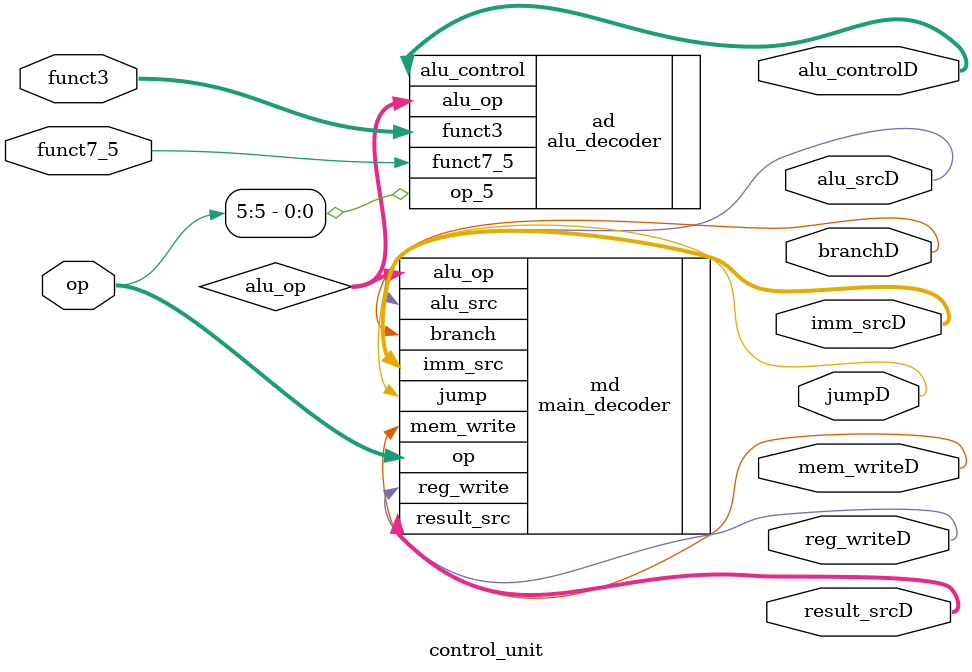
<source format=v>
module control_unit(
	// remover: input clk,
	input [6:0] op,
	input [2:0] funct3,
	input funct7_5,
	// remover: input zero,
	// cambiar nombres de outputs agregando sufijo D:
	output reg_writeD, alu_srcD, mem_writeD, branchD, jumpD,
	output [1:0] result_srcD, imm_srcD,
	output [2:0] alu_controlD
);

	// señales internas para conectar los decodificadores
	wire [1:0] alu_op;
	wire branch, jump;
	
	// instancia del decodificador principal
main_decoder md(
	.op(op),
	.branch(branchD),        // cambiar de branch a branchD
	.jump(jumpD),            // cambiar de jump a jumpD  
	.mem_write(mem_writeD),  // cambiar nombres
	.alu_src(alu_srcD),
	.reg_write(reg_writeD),
	.result_src(result_srcD),
	.imm_src(imm_srcD),
	.alu_op(alu_op)         // esta señal interna se mantiene igual
);

// instancia del decodificador alu
alu_decoder ad(
	.alu_op(alu_op),
	.funct3(funct3),
	.op_5(op[5]),
	.funct7_5(funct7_5),
	.alu_control(alu_controlD)  // cambiar a alu_controlD
);
	
	
endmodule
</source>
